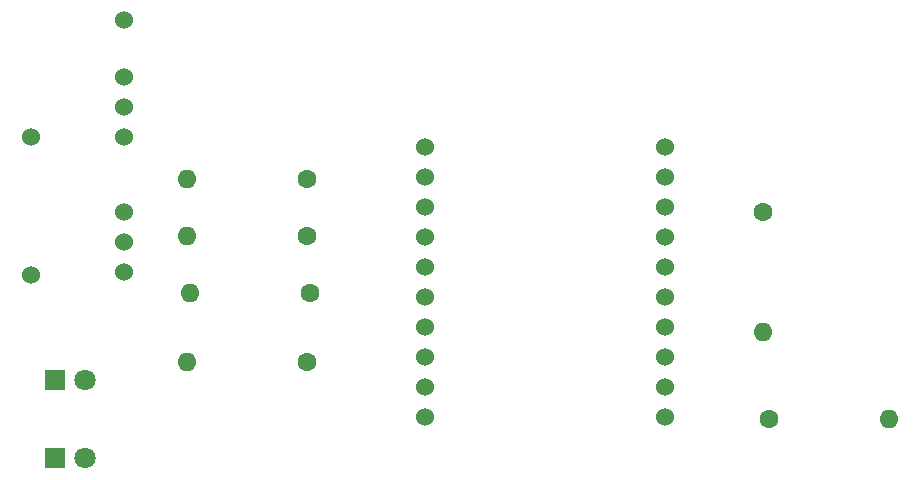
<source format=gbs>
G04 #@! TF.GenerationSoftware,KiCad,Pcbnew,(5.1.10)-1*
G04 #@! TF.CreationDate,2021-11-08T21:38:05-05:00*
G04 #@! TF.ProjectId,SmartLights,536d6172-744c-4696-9768-74732e6b6963,rev?*
G04 #@! TF.SameCoordinates,Original*
G04 #@! TF.FileFunction,Soldermask,Bot*
G04 #@! TF.FilePolarity,Negative*
%FSLAX46Y46*%
G04 Gerber Fmt 4.6, Leading zero omitted, Abs format (unit mm)*
G04 Created by KiCad (PCBNEW (5.1.10)-1) date 2021-11-08 21:38:05*
%MOMM*%
%LPD*%
G01*
G04 APERTURE LIST*
%ADD10O,1.600000X1.600000*%
%ADD11C,1.600000*%
%ADD12R,1.800000X1.800000*%
%ADD13C,1.800000*%
%ADD14C,1.524000*%
G04 APERTURE END LIST*
D10*
X140208000Y-100330000D03*
D11*
X140208000Y-90170000D03*
D10*
X150876000Y-107696000D03*
D11*
X140716000Y-107696000D03*
D10*
X91440000Y-87376000D03*
D11*
X101600000Y-87376000D03*
D10*
X91440000Y-102870000D03*
D11*
X101600000Y-102870000D03*
D10*
X91694000Y-97028000D03*
D11*
X101854000Y-97028000D03*
D10*
X91440000Y-92202000D03*
D11*
X101600000Y-92202000D03*
D12*
X80264000Y-104394000D03*
D13*
X82804000Y-104394000D03*
X82804000Y-110998000D03*
D12*
X80264000Y-110998000D03*
D14*
X86106000Y-90170000D03*
X86106000Y-92710000D03*
X86106000Y-95250000D03*
X86106000Y-83820000D03*
X86106000Y-81280000D03*
X86106000Y-78740000D03*
X111566001Y-84642001D03*
X111566001Y-87182001D03*
X111566001Y-89722001D03*
X111566001Y-92262001D03*
X111566001Y-94802001D03*
X111566001Y-97342001D03*
X111566001Y-99882001D03*
X111566001Y-102422001D03*
X111566001Y-104962001D03*
X111566001Y-107502001D03*
X131886001Y-94802001D03*
X131886001Y-89722001D03*
X131886001Y-84642001D03*
X131886001Y-97342001D03*
X131886001Y-99882001D03*
X131886001Y-102422001D03*
X131886001Y-87182001D03*
X131886001Y-92262001D03*
X131886001Y-104962001D03*
X131886001Y-107502001D03*
X78232000Y-95504000D03*
X78232000Y-83820000D03*
X86106000Y-73914000D03*
M02*

</source>
